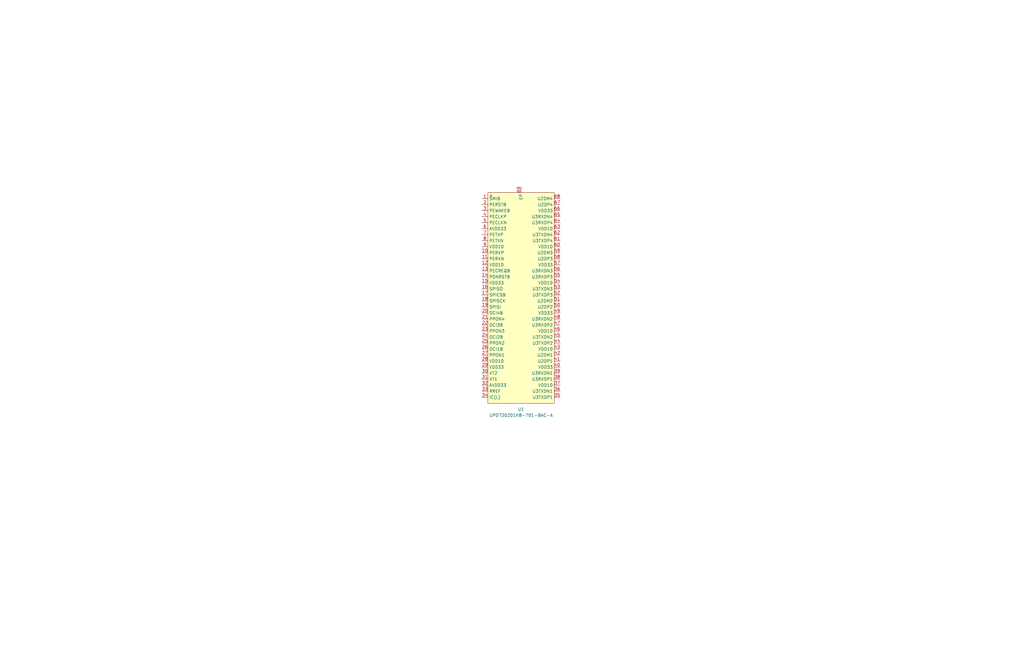
<source format=kicad_sch>
(kicad_sch (version 20230121) (generator eeschema)
  (paper "B")
  (lib_symbols
    (symbol "NEW:UPD720201K8-701-BAC-A"
      (property "Reference" "U" (at 0 52.07 0))
      (property "Value" "UPD720201K8-701-BAC-A" (at 0 -46.99 0))
      (symbol "UPD720201K8-701-BAC-A_0_1"
        (rectangle (start -13.97 44.45) (end 13.97 -44.45) (fill (type background)))
        (circle (center -12.7 43.18) (radius 0.38))
        (pin unspecified line (at -16.51 41.91 0) (length 2.54) (name "SMIB") (number "1"))
        (pin unspecified line (at -16.51 19.05 0) (length 2.54) (name "PERXP") (number "10"))
        (pin unspecified line (at -16.51 16.51 0) (length 2.54) (name "PERXN") (number "11"))
        (pin unspecified line (at -16.51 13.97 0) (length 2.54) (name "VDD10") (number "12"))
        (pin unspecified line (at -16.51 11.43 0) (length 2.54) (name "PECREQB") (number "13"))
        (pin unspecified line (at -16.51 8.89 0) (length 2.54) (name "PONRSTB") (number "14"))
        (pin unspecified line (at -16.51 6.35 0) (length 2.54) (name "VDD33") (number "15"))
        (pin unspecified line (at -16.51 3.81 0) (length 2.54) (name "SPISO") (number "16"))
        (pin unspecified line (at -16.51 1.27 0) (length 2.54) (name "SPICSB") (number "17"))
        (pin unspecified line (at -16.51 -1.27 0) (length 2.54) (name "SPISCK") (number "18"))
        (pin unspecified line (at -16.51 -3.81 0) (length 2.54) (name "SPISI") (number "19"))
        (pin unspecified line (at -16.51 39.37 0) (length 2.54) (name "PERSTB") (number "2"))
        (pin unspecified line (at -16.51 -6.35 0) (length 2.54) (name "OCI4B") (number "20"))
        (pin unspecified line (at -16.51 -8.89 0) (length 2.54) (name "PPON4") (number "21"))
        (pin unspecified line (at -16.51 -11.43 0) (length 2.54) (name "OCI3B") (number "22"))
        (pin unspecified line (at -16.51 -13.97 0) (length 2.54) (name "PPON3") (number "23"))
        (pin unspecified line (at -16.51 -16.51 0) (length 2.54) (name "OCI2B") (number "24"))
        (pin unspecified line (at -16.51 -19.05 0) (length 2.54) (name "PPON2") (number "25"))
        (pin unspecified line (at -16.51 -21.59 0) (length 2.54) (name "OCI1B") (number "26"))
        (pin unspecified line (at -16.51 -24.13 0) (length 2.54) (name "PPON1") (number "27"))
        (pin unspecified line (at -16.51 -26.67 0) (length 2.54) (name "VDD10") (number "28"))
        (pin unspecified line (at -16.51 -29.21 0) (length 2.54) (name "VDD33") (number "29"))
        (pin unspecified line (at -16.51 36.83 0) (length 2.54) (name "PEWAKEB") (number "3"))
        (pin unspecified line (at -16.51 -31.75 0) (length 2.54) (name "XT2") (number "30"))
        (pin unspecified line (at -16.51 -34.29 0) (length 2.54) (name "XT1") (number "31"))
        (pin unspecified line (at -16.51 -36.83 0) (length 2.54) (name "AVDD33") (number "32"))
        (pin unspecified line (at -16.51 -39.37 0) (length 2.54) (name "RREF") (number "33"))
        (pin unspecified line (at -16.51 -41.91 0) (length 2.54) (name "IC(L)") (number "34"))
        (pin unspecified line (at 16.51 -41.91 180) (length 2.54) (name "U3TXDP1") (number "35"))
        (pin unspecified line (at 16.51 -39.37 180) (length 2.54) (name "U3TXDN1") (number "36"))
        (pin unspecified line (at 16.51 -36.83 180) (length 2.54) (name "VDD10") (number "37"))
        (pin unspecified line (at 16.51 -34.29 180) (length 2.54) (name "U3RXDP1") (number "38"))
        (pin unspecified line (at 16.51 -31.75 180) (length 2.54) (name "U3RXDN1") (number "39"))
        (pin unspecified line (at -16.51 34.29 0) (length 2.54) (name "PECLKP") (number "4"))
        (pin unspecified line (at 16.51 -29.21 180) (length 2.54) (name "VDD33") (number "40"))
        (pin unspecified line (at 16.51 -26.67 180) (length 2.54) (name "U2DP1") (number "41"))
        (pin unspecified line (at 16.51 -24.13 180) (length 2.54) (name "U2DM1") (number "42"))
        (pin unspecified line (at 16.51 -21.59 180) (length 2.54) (name "VDD10") (number "43"))
        (pin unspecified line (at 16.51 -19.05 180) (length 2.54) (name "U3TXDP2") (number "44"))
        (pin unspecified line (at 16.51 -16.51 180) (length 2.54) (name "U3TXDN2") (number "45"))
        (pin unspecified line (at 16.51 -13.97 180) (length 2.54) (name "VDD10") (number "46"))
        (pin unspecified line (at 16.51 -11.43 180) (length 2.54) (name "U3RXDP2") (number "47"))
        (pin unspecified line (at 16.51 -8.89 180) (length 2.54) (name "U3RXDN2") (number "48"))
        (pin unspecified line (at 16.51 -6.35 180) (length 2.54) (name "VDD33") (number "49"))
        (pin unspecified line (at -16.51 31.75 0) (length 2.54) (name "PECLKN") (number "5"))
        (pin unspecified line (at 16.51 -3.81 180) (length 2.54) (name "U2DP2") (number "50"))
        (pin unspecified line (at 16.51 -1.27 180) (length 2.54) (name "U2DM2") (number "51"))
        (pin unspecified line (at 16.51 1.27 180) (length 2.54) (name "U3TXDP3") (number "52"))
        (pin unspecified line (at 16.51 3.81 180) (length 2.54) (name "U3TXDN3") (number "53"))
        (pin unspecified line (at 16.51 6.35 180) (length 2.54) (name "VDD10") (number "54"))
        (pin unspecified line (at 16.51 8.89 180) (length 2.54) (name "U3RXDP3") (number "55"))
        (pin unspecified line (at 16.51 11.43 180) (length 2.54) (name "U3RXDN3") (number "56"))
        (pin unspecified line (at 16.51 13.97 180) (length 2.54) (name "VDD33") (number "57"))
        (pin unspecified line (at 16.51 16.51 180) (length 2.54) (name "U2DP3") (number "58"))
        (pin unspecified line (at 16.51 19.05 180) (length 2.54) (name "U2DM3") (number "59"))
        (pin unspecified line (at -16.51 29.21 0) (length 2.54) (name "AVDD33") (number "6"))
        (pin unspecified line (at 16.51 21.59 180) (length 2.54) (name "VDD10") (number "60"))
        (pin unspecified line (at 16.51 24.13 180) (length 2.54) (name "U3TXDP4") (number "61"))
        (pin unspecified line (at 16.51 26.67 180) (length 2.54) (name "U3TXDN4") (number "62"))
        (pin unspecified line (at 16.51 29.21 180) (length 2.54) (name "VDD10") (number "63"))
        (pin unspecified line (at 16.51 31.75 180) (length 2.54) (name "U3RXDP4") (number "64"))
        (pin unspecified line (at 16.51 34.29 180) (length 2.54) (name "U3RXDN4") (number "65"))
        (pin unspecified line (at 16.51 36.83 180) (length 2.54) (name "VDD33") (number "66"))
        (pin unspecified line (at 16.51 39.37 180) (length 2.54) (name "U2DP4") (number "67"))
        (pin unspecified line (at 16.51 41.91 180) (length 2.54) (name "U2DM4") (number "68"))
        (pin unspecified line (at 0 46.99 270) (length 2.54) (name "EP") (number "69"))
        (pin unspecified line (at -16.51 26.67 0) (length 2.54) (name "PETXP") (number "7"))
        (pin unspecified line (at -16.51 24.13 0) (length 2.54) (name "PETXN") (number "8"))
        (pin unspecified line (at -16.51 21.59 0) (length 2.54) (name "VDD10") (number "9"))
      )
    )
  )
  (symbol (lib_id "NEW:UPD720201K8-701-BAC-A") (at 219.71 125.73 0) (unit 1)
    (property "Reference" "U1" (at 219.71 172.72 0))
    (property "Value" "UPD720201K8-701-BAC-A" (at 219.71 175.26 0))
    (property "Footprint" "NEW:QFN-68_L8.0-W8.0-P0.40-BL-EP6.2" (effects hide))
    (property "LCSC Part" "C355375" (effects hide))
  )
)
</source>
